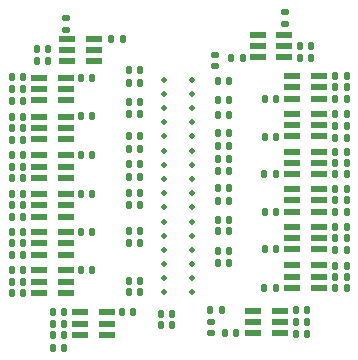
<source format=gbr>
%TF.GenerationSoftware,KiCad,Pcbnew,(6.0.1)*%
%TF.CreationDate,2022-02-22T23:19:08-05:00*%
%TF.ProjectId,sipm-linear-s14160,7369706d-2d6c-4696-9e65-61722d733134,rev?*%
%TF.SameCoordinates,Original*%
%TF.FileFunction,Paste,Top*%
%TF.FilePolarity,Positive*%
%FSLAX46Y46*%
G04 Gerber Fmt 4.6, Leading zero omitted, Abs format (unit mm)*
G04 Created by KiCad (PCBNEW (6.0.1)) date 2022-02-22 23:19:08*
%MOMM*%
%LPD*%
G01*
G04 APERTURE LIST*
G04 Aperture macros list*
%AMRoundRect*
0 Rectangle with rounded corners*
0 $1 Rounding radius*
0 $2 $3 $4 $5 $6 $7 $8 $9 X,Y pos of 4 corners*
0 Add a 4 corners polygon primitive as box body*
4,1,4,$2,$3,$4,$5,$6,$7,$8,$9,$2,$3,0*
0 Add four circle primitives for the rounded corners*
1,1,$1+$1,$2,$3*
1,1,$1+$1,$4,$5*
1,1,$1+$1,$6,$7*
1,1,$1+$1,$8,$9*
0 Add four rect primitives between the rounded corners*
20,1,$1+$1,$2,$3,$4,$5,0*
20,1,$1+$1,$4,$5,$6,$7,0*
20,1,$1+$1,$6,$7,$8,$9,0*
20,1,$1+$1,$8,$9,$2,$3,0*%
G04 Aperture macros list end*
%ADD10RoundRect,0.147500X-0.147500X-0.172500X0.147500X-0.172500X0.147500X0.172500X-0.147500X0.172500X0*%
%ADD11RoundRect,0.147500X0.147500X0.172500X-0.147500X0.172500X-0.147500X-0.172500X0.147500X-0.172500X0*%
%ADD12R,1.473200X0.558800*%
%ADD13RoundRect,0.147500X0.172500X-0.147500X0.172500X0.147500X-0.172500X0.147500X-0.172500X-0.147500X0*%
%ADD14C,0.500000*%
G04 APERTURE END LIST*
D10*
%TO.C,R35*%
X186915000Y-99100000D03*
X187885000Y-99100000D03*
%TD*%
D11*
%TO.C,R56*%
X170485000Y-102090002D03*
X169515000Y-102090002D03*
%TD*%
%TO.C,R100*%
X170485000Y-108550000D03*
X169515000Y-108550000D03*
%TD*%
%TO.C,R2*%
X187885000Y-95400000D03*
X186915000Y-95400000D03*
%TD*%
D10*
%TO.C,R90*%
X179390000Y-109425000D03*
X180360000Y-109425000D03*
%TD*%
%TO.C,C34*%
X196877400Y-102630000D03*
X197847400Y-102630000D03*
%TD*%
D12*
%TO.C,U4*%
X195480000Y-97200001D03*
X195480000Y-96250000D03*
X195480000Y-95299999D03*
X193244800Y-95299999D03*
X193244800Y-96250000D03*
X193244800Y-97200001D03*
%TD*%
D11*
%TO.C,C36*%
X170485000Y-104000000D03*
X169515000Y-104000000D03*
%TD*%
%TO.C,R77*%
X187885000Y-105250000D03*
X186915000Y-105250000D03*
%TD*%
D10*
%TO.C,R87*%
X196877400Y-106790000D03*
X197847400Y-106790000D03*
%TD*%
D11*
%TO.C,C32*%
X170485000Y-102990002D03*
X169515000Y-102990002D03*
%TD*%
%TO.C,R112*%
X173950000Y-112100000D03*
X172980000Y-112100000D03*
%TD*%
%TO.C,R89*%
X187885000Y-107950000D03*
X186915000Y-107950000D03*
%TD*%
%TO.C,C7*%
X170485000Y-94190002D03*
X169515000Y-94190002D03*
%TD*%
D10*
%TO.C,R111*%
X193546001Y-113900000D03*
X194516001Y-113900000D03*
%TD*%
D11*
%TO.C,R5*%
X180360000Y-95300000D03*
X179390000Y-95300000D03*
%TD*%
D12*
%TO.C,U10*%
X195480000Y-106780001D03*
X195480000Y-105830000D03*
X195480000Y-104879999D03*
X193244800Y-104879999D03*
X193244800Y-105830000D03*
X193244800Y-106780001D03*
%TD*%
D11*
%TO.C,C20*%
X170485000Y-97500000D03*
X169515000Y-97500000D03*
%TD*%
D12*
%TO.C,U3*%
X171837200Y-92240001D03*
X171837200Y-93190002D03*
X171837200Y-94140003D03*
X174072400Y-94140003D03*
X174072400Y-93190002D03*
X174072400Y-92240001D03*
%TD*%
D11*
%TO.C,C47*%
X172585000Y-90840000D03*
X171615000Y-90840000D03*
%TD*%
D10*
%TO.C,C15*%
X175340000Y-95500000D03*
X176310000Y-95500000D03*
%TD*%
D11*
%TO.C,R80*%
X180360000Y-106240000D03*
X179390000Y-106240000D03*
%TD*%
D13*
%TO.C,C46*%
X192600000Y-87670000D03*
X192600000Y-86700000D03*
%TD*%
D11*
%TO.C,C23*%
X191842400Y-100390000D03*
X190872400Y-100390000D03*
%TD*%
D10*
%TO.C,C2*%
X175340000Y-92230002D03*
X176310000Y-92230002D03*
%TD*%
%TO.C,R91*%
X186915000Y-106925000D03*
X187885000Y-106925000D03*
%TD*%
D12*
%TO.C,U11*%
X171837200Y-105309999D03*
X171837200Y-106260000D03*
X171837200Y-107210001D03*
X174072400Y-107210001D03*
X174072400Y-106260000D03*
X174072400Y-105309999D03*
%TD*%
D11*
%TO.C,R13*%
X170485000Y-92200000D03*
X169515000Y-92200000D03*
%TD*%
D10*
%TO.C,R12*%
X196877400Y-94060000D03*
X197847400Y-94060000D03*
%TD*%
%TO.C,C6*%
X196877400Y-92060000D03*
X197847400Y-92060000D03*
%TD*%
D11*
%TO.C,C78*%
X173950000Y-114040000D03*
X172980000Y-114040000D03*
%TD*%
D12*
%TO.C,U14*%
X195480000Y-110030001D03*
X195480000Y-109080000D03*
X195480000Y-108129999D03*
X193244800Y-108129999D03*
X193244800Y-109080000D03*
X193244800Y-110030001D03*
%TD*%
D10*
%TO.C,R4*%
X186915000Y-94100000D03*
X187885000Y-94100000D03*
%TD*%
%TO.C,R102*%
X182115000Y-112200000D03*
X183085000Y-112200000D03*
%TD*%
D12*
%TO.C,U5*%
X171837200Y-95523334D03*
X171837200Y-96473335D03*
X171837200Y-97423336D03*
X174072400Y-97423336D03*
X174072400Y-96473335D03*
X174072400Y-95523334D03*
%TD*%
D10*
%TO.C,C18*%
X196877400Y-96310000D03*
X197847400Y-96310000D03*
%TD*%
D11*
%TO.C,R88*%
X170485000Y-105300000D03*
X169515000Y-105300000D03*
%TD*%
%TO.C,C74*%
X173950000Y-113065000D03*
X172980000Y-113065000D03*
%TD*%
D10*
%TO.C,R72*%
X193872053Y-90557053D03*
X194842053Y-90557053D03*
%TD*%
D12*
%TO.C,U16*%
X192180001Y-113880001D03*
X192180001Y-112930000D03*
X192180001Y-111979999D03*
X189944801Y-111979999D03*
X189944801Y-112930000D03*
X189944801Y-113880001D03*
%TD*%
D10*
%TO.C,R34*%
X179390000Y-99510000D03*
X180360000Y-99510000D03*
%TD*%
D11*
%TO.C,R44*%
X170485000Y-98820002D03*
X169515000Y-98820002D03*
%TD*%
D10*
%TO.C,C5*%
X196877400Y-93060000D03*
X197847400Y-93060000D03*
%TD*%
%TO.C,R103*%
X186296001Y-111936000D03*
X187266001Y-111936000D03*
%TD*%
D13*
%TO.C,R101*%
X186331001Y-113861000D03*
X186331001Y-112891000D03*
%TD*%
D11*
%TO.C,R33*%
X187885000Y-100150000D03*
X186915000Y-100150000D03*
%TD*%
D12*
%TO.C,U1*%
X195480000Y-94010001D03*
X195480000Y-93060000D03*
X195480000Y-92109999D03*
X193244800Y-92109999D03*
X193244800Y-93060000D03*
X193244800Y-94010001D03*
%TD*%
D10*
%TO.C,C77*%
X193546001Y-111926000D03*
X194516001Y-111926000D03*
%TD*%
D11*
%TO.C,R32*%
X170485000Y-95590002D03*
X169515000Y-95590002D03*
%TD*%
%TO.C,C44*%
X189052053Y-90562053D03*
X188082053Y-90562053D03*
%TD*%
%TO.C,C58*%
X170485000Y-106260000D03*
X169515000Y-106260000D03*
%TD*%
%TO.C,C3*%
X170485000Y-93186055D03*
X169515000Y-93186055D03*
%TD*%
D10*
%TO.C,C35*%
X196877400Y-101680000D03*
X197847400Y-101680000D03*
%TD*%
%TO.C,R63*%
X179390000Y-91600000D03*
X180360000Y-91600000D03*
%TD*%
%TO.C,C25*%
X175340000Y-98800000D03*
X176310000Y-98800000D03*
%TD*%
%TO.C,C45*%
X193872053Y-89522054D03*
X194842053Y-89522054D03*
%TD*%
D11*
%TO.C,R36*%
X180360000Y-100610000D03*
X179390000Y-100610000D03*
%TD*%
D10*
%TO.C,C69*%
X196877400Y-108155000D03*
X197847400Y-108155000D03*
%TD*%
D11*
%TO.C,C70*%
X170485000Y-110450000D03*
X169515000Y-110450000D03*
%TD*%
D12*
%TO.C,U12*%
X192574653Y-90522054D03*
X192574653Y-89572053D03*
X192574653Y-88622052D03*
X190339453Y-88622052D03*
X190339453Y-89572053D03*
X190339453Y-90522054D03*
%TD*%
D10*
%TO.C,C60*%
X196877400Y-105820000D03*
X197847400Y-105820000D03*
%TD*%
D11*
%TO.C,R104*%
X183085000Y-113200000D03*
X182115000Y-113200000D03*
%TD*%
%TO.C,C16*%
X170485000Y-96500000D03*
X169515000Y-96500000D03*
%TD*%
%TO.C,R92*%
X180360000Y-110375000D03*
X179390000Y-110375000D03*
%TD*%
%TO.C,C65*%
X191847400Y-110030000D03*
X190877400Y-110030000D03*
%TD*%
D12*
%TO.C,U17*%
X175297400Y-112099999D03*
X175297400Y-113050000D03*
X175297400Y-114000001D03*
X177532600Y-114000001D03*
X177532600Y-113050000D03*
X177532600Y-112099999D03*
%TD*%
D10*
%TO.C,R47*%
X186915000Y-101600000D03*
X187885000Y-101600000D03*
%TD*%
D12*
%TO.C,U13*%
X174182400Y-88939999D03*
X174182400Y-89890000D03*
X174182400Y-90840001D03*
X176417600Y-90840001D03*
X176417600Y-89890000D03*
X176417600Y-88939999D03*
%TD*%
D11*
%TO.C,C17*%
X191892400Y-97230000D03*
X190922400Y-97230000D03*
%TD*%
D10*
%TO.C,C73*%
X178787000Y-112090000D03*
X179757000Y-112090000D03*
%TD*%
%TO.C,R78*%
X179390000Y-105210000D03*
X180360000Y-105210000D03*
%TD*%
%TO.C,C19*%
X196877400Y-95310000D03*
X197847400Y-95310000D03*
%TD*%
D11*
%TO.C,R62*%
X187885000Y-92500000D03*
X186915000Y-92500000D03*
%TD*%
%TO.C,C26*%
X170485000Y-99800000D03*
X169515000Y-99800000D03*
%TD*%
D12*
%TO.C,U8*%
X195480000Y-103580001D03*
X195480000Y-102630000D03*
X195480000Y-101679999D03*
X193244800Y-101679999D03*
X193244800Y-102630000D03*
X193244800Y-103580001D03*
%TD*%
D10*
%TO.C,C66*%
X196877400Y-109080000D03*
X197847400Y-109080000D03*
%TD*%
D14*
%TO.C,U2*%
X182390000Y-92410000D03*
X184790000Y-92410000D03*
X182390000Y-93610000D03*
X184790000Y-93610000D03*
X182390000Y-94810000D03*
X184790000Y-94810000D03*
X182390000Y-96010000D03*
X184790000Y-96010000D03*
X182390000Y-97210000D03*
X184790000Y-97210000D03*
X182390000Y-98410000D03*
X184790000Y-98410000D03*
X182390000Y-99610000D03*
X184790000Y-99610000D03*
X182390000Y-100810000D03*
X184790000Y-100810000D03*
X182390000Y-102010000D03*
X184790000Y-102010000D03*
X182390000Y-103210000D03*
X184790000Y-103210000D03*
X182390000Y-104410000D03*
X184790000Y-104410000D03*
X182390000Y-105610000D03*
X184790000Y-105610000D03*
X182390000Y-106810000D03*
X184790000Y-106810000D03*
X182390000Y-108010000D03*
X184790000Y-108010000D03*
X182390000Y-109210000D03*
X184790000Y-109210000D03*
X182390000Y-110410000D03*
X184790000Y-110410000D03*
%TD*%
D10*
%TO.C,R23*%
X186915000Y-96900000D03*
X187885000Y-96900000D03*
%TD*%
%TO.C,C57*%
X175340000Y-105310000D03*
X176310000Y-105310000D03*
%TD*%
D12*
%TO.C,U9*%
X171837200Y-102090000D03*
X171837200Y-103040001D03*
X171837200Y-103990002D03*
X174072400Y-103990002D03*
X174072400Y-103040001D03*
X174072400Y-102090000D03*
%TD*%
D10*
%TO.C,C27*%
X196877400Y-98490000D03*
X197847400Y-98490000D03*
%TD*%
%TO.C,C24*%
X196877400Y-99430000D03*
X197847400Y-99430000D03*
%TD*%
%TO.C,R108*%
X172980000Y-115090000D03*
X173950000Y-115090000D03*
%TD*%
%TO.C,C61*%
X196877400Y-104880000D03*
X197847400Y-104880000D03*
%TD*%
%TO.C,C31*%
X175340000Y-102090002D03*
X176310000Y-102090002D03*
%TD*%
D13*
%TO.C,R64*%
X186700000Y-91285000D03*
X186700000Y-90315000D03*
%TD*%
D11*
%TO.C,R48*%
X180360000Y-103010000D03*
X179390000Y-103010000D03*
%TD*%
D10*
%TO.C,C76*%
X193546001Y-112900000D03*
X194516001Y-112900000D03*
%TD*%
%TO.C,C42*%
X177915000Y-88940000D03*
X178885000Y-88940000D03*
%TD*%
D11*
%TO.C,C28*%
X170485000Y-100740002D03*
X169515000Y-100740002D03*
%TD*%
D10*
%TO.C,R55*%
X196877400Y-103580000D03*
X197847400Y-103580000D03*
%TD*%
%TO.C,R43*%
X196877400Y-100390000D03*
X197847400Y-100390000D03*
%TD*%
D11*
%TO.C,C43*%
X172585000Y-89840000D03*
X171615000Y-89840000D03*
%TD*%
D13*
%TO.C,R73*%
X174100000Y-88185000D03*
X174100000Y-87215000D03*
%TD*%
D11*
%TO.C,C4*%
X191872400Y-94030000D03*
X190902400Y-94030000D03*
%TD*%
%TO.C,R45*%
X187885000Y-102700000D03*
X186915000Y-102700000D03*
%TD*%
D10*
%TO.C,R79*%
X186915000Y-104300000D03*
X187885000Y-104300000D03*
%TD*%
D11*
%TO.C,C68*%
X170485000Y-109500000D03*
X169515000Y-109500000D03*
%TD*%
D10*
%TO.C,R22*%
X179390000Y-97160000D03*
X180360000Y-97160000D03*
%TD*%
D12*
%TO.C,U7*%
X171837200Y-98806667D03*
X171837200Y-99756668D03*
X171837200Y-100706669D03*
X174072400Y-100706669D03*
X174072400Y-99756668D03*
X174072400Y-98806667D03*
%TD*%
%TO.C,U15*%
X171837200Y-108549999D03*
X171837200Y-109500000D03*
X171837200Y-110450001D03*
X174072400Y-110450001D03*
X174072400Y-109500000D03*
X174072400Y-108549999D03*
%TD*%
D11*
%TO.C,R65*%
X180360000Y-92700000D03*
X179390000Y-92700000D03*
%TD*%
D10*
%TO.C,R3*%
X179390000Y-94300000D03*
X180360000Y-94300000D03*
%TD*%
D11*
%TO.C,C62*%
X170485000Y-107210000D03*
X169515000Y-107210000D03*
%TD*%
D12*
%TO.C,U6*%
X195480000Y-100390001D03*
X195480000Y-99440000D03*
X195480000Y-98489999D03*
X193244800Y-98489999D03*
X193244800Y-99440000D03*
X193244800Y-100390001D03*
%TD*%
D11*
%TO.C,C75*%
X188516001Y-113876000D03*
X187546001Y-113876000D03*
%TD*%
D10*
%TO.C,C67*%
X175340000Y-108550000D03*
X176310000Y-108550000D03*
%TD*%
D11*
%TO.C,R21*%
X187885000Y-98000000D03*
X186915000Y-98000000D03*
%TD*%
%TO.C,R24*%
X180360000Y-98260000D03*
X179390000Y-98260000D03*
%TD*%
D10*
%TO.C,R46*%
X179390000Y-102010000D03*
X180360000Y-102010000D03*
%TD*%
D11*
%TO.C,C59*%
X191892400Y-106780000D03*
X190922400Y-106780000D03*
%TD*%
D10*
%TO.C,R31*%
X196877400Y-97310000D03*
X197847400Y-97310000D03*
%TD*%
%TO.C,R99*%
X196877400Y-110030000D03*
X197847400Y-110030000D03*
%TD*%
D11*
%TO.C,C33*%
X191872400Y-103630000D03*
X190902400Y-103630000D03*
%TD*%
M02*

</source>
